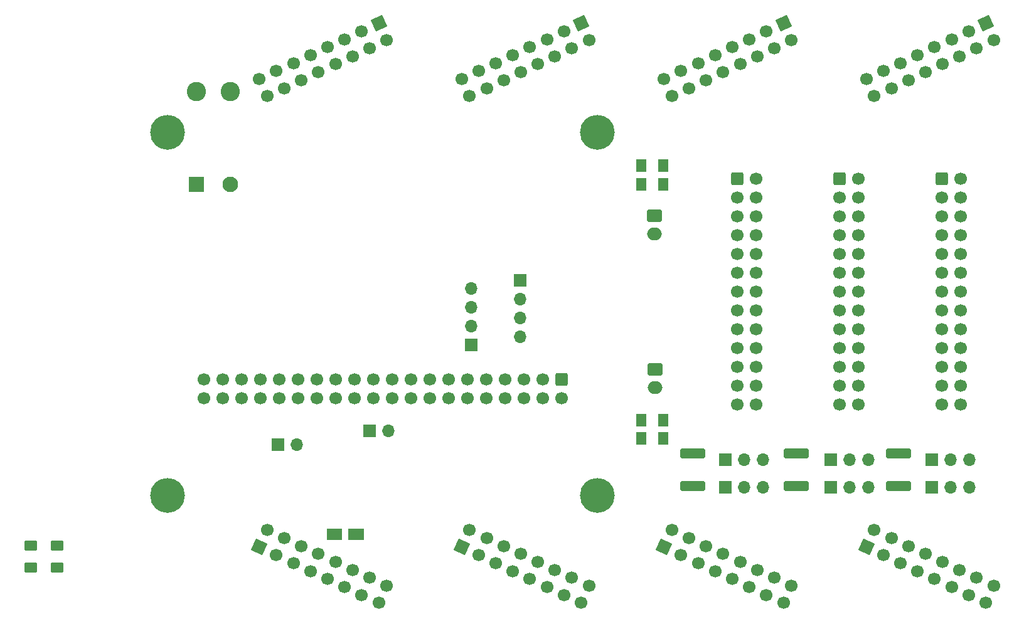
<source format=gbr>
%TF.GenerationSoftware,KiCad,Pcbnew,7.0.9*%
%TF.CreationDate,2024-01-13T22:18:07+01:00*%
%TF.ProjectId,HUB75HAT,48554237-3548-4415-942e-6b696361645f,rev?*%
%TF.SameCoordinates,Original*%
%TF.FileFunction,Soldermask,Top*%
%TF.FilePolarity,Negative*%
%FSLAX46Y46*%
G04 Gerber Fmt 4.6, Leading zero omitted, Abs format (unit mm)*
G04 Created by KiCad (PCBNEW 7.0.9) date 2024-01-13 22:18:07*
%MOMM*%
%LPD*%
G01*
G04 APERTURE LIST*
G04 Aperture macros list*
%AMRoundRect*
0 Rectangle with rounded corners*
0 $1 Rounding radius*
0 $2 $3 $4 $5 $6 $7 $8 $9 X,Y pos of 4 corners*
0 Add a 4 corners polygon primitive as box body*
4,1,4,$2,$3,$4,$5,$6,$7,$8,$9,$2,$3,0*
0 Add four circle primitives for the rounded corners*
1,1,$1+$1,$2,$3*
1,1,$1+$1,$4,$5*
1,1,$1+$1,$6,$7*
1,1,$1+$1,$8,$9*
0 Add four rect primitives between the rounded corners*
20,1,$1+$1,$2,$3,$4,$5,0*
20,1,$1+$1,$4,$5,$6,$7,0*
20,1,$1+$1,$6,$7,$8,$9,0*
20,1,$1+$1,$8,$9,$2,$3,0*%
%AMHorizOval*
0 Thick line with rounded ends*
0 $1 width*
0 $2 $3 position (X,Y) of the first rounded end (center of the circle)*
0 $4 $5 position (X,Y) of the second rounded end (center of the circle)*
0 Add line between two ends*
20,1,$1,$2,$3,$4,$5,0*
0 Add two circle primitives to create the rounded ends*
1,1,$1,$2,$3*
1,1,$1,$4,$5*%
%AMRotRect*
0 Rectangle, with rotation*
0 The origin of the aperture is its center*
0 $1 length*
0 $2 width*
0 $3 Rotation angle, in degrees counterclockwise*
0 Add horizontal line*
21,1,$1,$2,0,0,$3*%
%AMFreePoly0*
4,1,6,1.000000,0.000000,0.500000,-0.750000,-0.500000,-0.750000,-0.500000,0.750000,0.500000,0.750000,1.000000,0.000000,1.000000,0.000000,$1*%
G04 Aperture macros list end*
%ADD10RoundRect,0.250000X-0.600000X0.600000X-0.600000X-0.600000X0.600000X-0.600000X0.600000X0.600000X0*%
%ADD11C,1.700000*%
%ADD12RoundRect,0.250000X-0.600000X-0.600000X0.600000X-0.600000X0.600000X0.600000X-0.600000X0.600000X0*%
%ADD13RoundRect,0.250000X1.450000X-0.400000X1.450000X0.400000X-1.450000X0.400000X-1.450000X-0.400000X0*%
%ADD14RoundRect,0.250001X0.462499X0.624999X-0.462499X0.624999X-0.462499X-0.624999X0.462499X-0.624999X0*%
%ADD15R,1.700000X1.700000*%
%ADD16O,1.700000X1.700000*%
%ADD17RoundRect,0.250001X0.624999X-0.462499X0.624999X0.462499X-0.624999X0.462499X-0.624999X-0.462499X0*%
%ADD18RoundRect,0.250000X-0.750000X0.600000X-0.750000X-0.600000X0.750000X-0.600000X0.750000X0.600000X0*%
%ADD19O,2.000000X1.700000*%
%ADD20R,1.500000X1.500000*%
%ADD21FreePoly0,180.000000*%
%ADD22FreePoly0,0.000000*%
%ADD23C,3.100000*%
%ADD24C,4.700000*%
%ADD25RotRect,1.700000X1.700000X115.000000*%
%ADD26HorizOval,1.700000X0.000000X0.000000X0.000000X0.000000X0*%
%ADD27RotRect,1.700000X1.700000X245.000000*%
%ADD28HorizOval,1.700000X0.000000X0.000000X0.000000X0.000000X0*%
%ADD29C,2.600000*%
%ADD30RoundRect,0.250001X-0.799999X-0.799999X0.799999X-0.799999X0.799999X0.799999X-0.799999X0.799999X0*%
%ADD31C,2.100000*%
G04 APERTURE END LIST*
D10*
%TO.C,J17*%
X76768000Y36772800D03*
D11*
X76768000Y34232800D03*
X74228000Y36772800D03*
X74228000Y34232800D03*
X71688000Y36772800D03*
X71688000Y34232800D03*
X69148000Y36772800D03*
X69148000Y34232800D03*
X66608000Y36772800D03*
X66608000Y34232800D03*
X64068000Y36772800D03*
X64068000Y34232800D03*
X61528000Y36772800D03*
X61528000Y34232800D03*
X58988000Y36772800D03*
X58988000Y34232800D03*
X56448000Y36772800D03*
X56448000Y34232800D03*
X53908000Y36772800D03*
X53908000Y34232800D03*
X51368000Y36772800D03*
X51368000Y34232800D03*
X48828000Y36772800D03*
X48828000Y34232800D03*
X46288000Y36772800D03*
X46288000Y34232800D03*
X43748000Y36772800D03*
X43748000Y34232800D03*
X41208000Y36772800D03*
X41208000Y34232800D03*
X38668000Y36772800D03*
X38668000Y34232800D03*
X36128000Y36772800D03*
X36128000Y34232800D03*
X33588000Y36772800D03*
X33588000Y34232800D03*
X31048000Y36772800D03*
X31048000Y34232800D03*
X28508000Y36772800D03*
X28508000Y34232800D03*
%TD*%
D12*
%TO.C,J2*%
X114270000Y63900000D03*
D11*
X116810000Y63900000D03*
X114270000Y61360000D03*
X116810000Y61360000D03*
X114270000Y58820000D03*
X116810000Y58820000D03*
X114270000Y56280000D03*
X116810000Y56280000D03*
X114270000Y53740000D03*
X116810000Y53740000D03*
X114270000Y51200000D03*
X116810000Y51200000D03*
X114270000Y48660000D03*
X116810000Y48660000D03*
X114270000Y46120000D03*
X116810000Y46120000D03*
X114270000Y43580000D03*
X116810000Y43580000D03*
X114270000Y41040000D03*
X116810000Y41040000D03*
X114270000Y38500000D03*
X116810000Y38500000D03*
X114270000Y35960000D03*
X116810000Y35960000D03*
X114270000Y33420000D03*
X116810000Y33420000D03*
%TD*%
D13*
%TO.C,F7*%
X94446400Y22345600D03*
X94446400Y26795600D03*
%TD*%
D14*
%TO.C,D9*%
X90447500Y28848000D03*
X87472500Y28848000D03*
%TD*%
D15*
%TO.C,JP6*%
X98866000Y22244000D03*
D16*
X101406000Y22244000D03*
X103946000Y22244000D03*
%TD*%
D17*
%TO.C,D1*%
X5140000Y11358500D03*
X5140000Y14333500D03*
%TD*%
D14*
%TO.C,D6*%
X90447500Y65678000D03*
X87472500Y65678000D03*
%TD*%
D15*
%TO.C,JP4*%
X126679000Y22244000D03*
D16*
X129219000Y22244000D03*
X131759000Y22244000D03*
%TD*%
D15*
%TO.C,JP1*%
X126716000Y25927000D03*
D16*
X129256000Y25927000D03*
X131796000Y25927000D03*
%TD*%
D18*
%TO.C,RS485-5*%
X89315600Y58881600D03*
D19*
X89315600Y56381600D03*
%TD*%
D17*
%TO.C,D2*%
X8696000Y11358500D03*
X8696000Y14333500D03*
%TD*%
D15*
%TO.C,JP3*%
X98866000Y25901600D03*
D16*
X101406000Y25901600D03*
X103946000Y25901600D03*
%TD*%
D20*
%TO.C,JP7*%
X48758000Y15894000D03*
X46358000Y15894000D03*
D21*
X49558000Y15894000D03*
D22*
X45558000Y15894000D03*
%TD*%
D14*
%TO.C,D7*%
X90447500Y63138000D03*
X87472500Y63138000D03*
%TD*%
D18*
%TO.C,RS485-1*%
X89366400Y38155200D03*
D19*
X89366400Y35655200D03*
%TD*%
D15*
%TO.C,JP5*%
X113090000Y22244000D03*
D16*
X115630000Y22244000D03*
X118170000Y22244000D03*
%TD*%
D23*
%TO.C,REF\u002A\u002A*%
X23560000Y70112000D03*
D24*
X23560000Y70112000D03*
%TD*%
D23*
%TO.C,REF\u002A\u002A*%
X81560000Y21112000D03*
D24*
X81560000Y21112000D03*
%TD*%
D13*
%TO.C,F5*%
X122234000Y22345600D03*
X122234000Y26795600D03*
%TD*%
D23*
%TO.C,REF\u002A\u002A*%
X23560000Y21112000D03*
D24*
X23560000Y21112000D03*
%TD*%
D15*
%TO.C,JP2*%
X113105000Y25901600D03*
D16*
X115645000Y25901600D03*
X118185000Y25901600D03*
%TD*%
D13*
%TO.C,F6*%
X108416400Y22345600D03*
X108416400Y26795600D03*
%TD*%
D12*
%TO.C,J3*%
X100464000Y63900000D03*
D11*
X103004000Y63900000D03*
X100464000Y61360000D03*
X103004000Y61360000D03*
X100464000Y58820000D03*
X103004000Y58820000D03*
X100464000Y56280000D03*
X103004000Y56280000D03*
X100464000Y53740000D03*
X103004000Y53740000D03*
X100464000Y51200000D03*
X103004000Y51200000D03*
X100464000Y48660000D03*
X103004000Y48660000D03*
X100464000Y46120000D03*
X103004000Y46120000D03*
X100464000Y43580000D03*
X103004000Y43580000D03*
X100464000Y41040000D03*
X103004000Y41040000D03*
X100464000Y38500000D03*
X103004000Y38500000D03*
X100464000Y35960000D03*
X103004000Y35960000D03*
X100464000Y33420000D03*
X103004000Y33420000D03*
%TD*%
D23*
%TO.C,REF\u002A\u002A*%
X81560000Y70112000D03*
D24*
X81560000Y70112000D03*
%TD*%
D12*
%TO.C,J1*%
X128076000Y63900000D03*
D11*
X130616000Y63900000D03*
X128076000Y61360000D03*
X130616000Y61360000D03*
X128076000Y58820000D03*
X130616000Y58820000D03*
X128076000Y56280000D03*
X130616000Y56280000D03*
X128076000Y53740000D03*
X130616000Y53740000D03*
X128076000Y51200000D03*
X130616000Y51200000D03*
X128076000Y48660000D03*
X130616000Y48660000D03*
X128076000Y46120000D03*
X130616000Y46120000D03*
X128076000Y43580000D03*
X130616000Y43580000D03*
X128076000Y41040000D03*
X130616000Y41040000D03*
X128076000Y38500000D03*
X130616000Y38500000D03*
X128076000Y35960000D03*
X130616000Y35960000D03*
X128076000Y33420000D03*
X130616000Y33420000D03*
%TD*%
D14*
%TO.C,D8*%
X90447500Y31286400D03*
X87472500Y31286400D03*
%TD*%
D15*
%TO.C,J14*%
X38460000Y28000000D03*
D16*
X41000000Y28000000D03*
%TD*%
D15*
%TO.C,J8*%
X71120000Y50165000D03*
D16*
X71120000Y47625000D03*
X71120000Y45085000D03*
X71120000Y42545000D03*
%TD*%
D25*
%TO.C,J4*%
X52070000Y84836000D03*
D26*
X53143450Y82533978D03*
X49767978Y83762550D03*
X50841429Y81460528D03*
X47465956Y82689099D03*
X48539407Y80387077D03*
X45163935Y81615649D03*
X46237385Y79313627D03*
X42861913Y80542198D03*
X43935363Y78240177D03*
X40559891Y79468748D03*
X41633341Y77166726D03*
X38257869Y78395298D03*
X39331320Y76093276D03*
X35955848Y77321847D03*
X37029298Y75019826D03*
%TD*%
D15*
%TO.C,J13*%
X50800000Y29845000D03*
D16*
X53340000Y29845000D03*
%TD*%
D27*
%TO.C,J12*%
X90565848Y14118153D03*
D28*
X91639298Y16420175D03*
X92867870Y13044703D03*
X93941320Y15346724D03*
X95169892Y11971252D03*
X96243342Y14273274D03*
X97471913Y10897802D03*
X98545364Y13199824D03*
X99773935Y9824351D03*
X100847386Y12126373D03*
X102075957Y8750901D03*
X103149407Y11052923D03*
X104377979Y7677451D03*
X105451429Y9979472D03*
X106680000Y6604000D03*
X107753451Y8906022D03*
%TD*%
D27*
%TO.C,J11*%
X117870848Y14118153D03*
D28*
X118944298Y16420175D03*
X120172870Y13044703D03*
X121246320Y15346724D03*
X122474892Y11971252D03*
X123548342Y14273274D03*
X124776913Y10897802D03*
X125850364Y13199824D03*
X127078935Y9824351D03*
X128152386Y12126373D03*
X129380957Y8750901D03*
X130454407Y11052923D03*
X131682979Y7677451D03*
X132756429Y9979472D03*
X133985000Y6604000D03*
X135058451Y8906022D03*
%TD*%
D25*
%TO.C,J6*%
X106680000Y84836000D03*
D26*
X107753450Y82533978D03*
X104377978Y83762550D03*
X105451429Y81460528D03*
X102075956Y82689099D03*
X103149407Y80387077D03*
X99773935Y81615649D03*
X100847385Y79313627D03*
X97471913Y80542198D03*
X98545363Y78240177D03*
X95169891Y79468748D03*
X96243341Y77166726D03*
X92867869Y78395298D03*
X93941320Y76093276D03*
X90565848Y77321847D03*
X91639298Y75019826D03*
%TD*%
D27*
%TO.C,J15*%
X63260848Y14118153D03*
D28*
X64334298Y16420175D03*
X65562870Y13044703D03*
X66636320Y15346724D03*
X67864892Y11971252D03*
X68938342Y14273274D03*
X70166913Y10897802D03*
X71240364Y13199824D03*
X72468935Y9824351D03*
X73542386Y12126373D03*
X74770957Y8750901D03*
X75844407Y11052923D03*
X77072979Y7677451D03*
X78146429Y9979472D03*
X79375000Y6604000D03*
X80448451Y8906022D03*
%TD*%
D15*
%TO.C,J7*%
X64516000Y41402000D03*
D16*
X64516000Y43942000D03*
X64516000Y46482000D03*
X64516000Y49022000D03*
%TD*%
D27*
%TO.C,J16*%
X35955848Y14118153D03*
D28*
X37029298Y16420175D03*
X38257870Y13044703D03*
X39331320Y15346724D03*
X40559892Y11971252D03*
X41633342Y14273274D03*
X42861913Y10897802D03*
X43935364Y13199824D03*
X45163935Y9824351D03*
X46237386Y12126373D03*
X47465957Y8750901D03*
X48539407Y11052923D03*
X49767979Y7677451D03*
X50841429Y9979472D03*
X52070000Y6604000D03*
X53143451Y8906022D03*
%TD*%
D29*
%TO.C,J10*%
X27478000Y75663000D03*
X32078000Y75663000D03*
D30*
X27478000Y63063000D03*
D31*
X32078000Y63063000D03*
%TD*%
D25*
%TO.C,J5*%
X79375000Y84836000D03*
D26*
X80448450Y82533978D03*
X77072978Y83762550D03*
X78146429Y81460528D03*
X74770956Y82689099D03*
X75844407Y80387077D03*
X72468935Y81615649D03*
X73542385Y79313627D03*
X70166913Y80542198D03*
X71240363Y78240177D03*
X67864891Y79468748D03*
X68938341Y77166726D03*
X65562869Y78395298D03*
X66636320Y76093276D03*
X63260848Y77321847D03*
X64334298Y75019826D03*
%TD*%
D25*
%TO.C,J9*%
X133985000Y84836000D03*
D26*
X135058450Y82533978D03*
X131682978Y83762550D03*
X132756429Y81460528D03*
X129380956Y82689099D03*
X130454407Y80387077D03*
X127078935Y81615649D03*
X128152385Y79313627D03*
X124776913Y80542198D03*
X125850363Y78240177D03*
X122474891Y79468748D03*
X123548341Y77166726D03*
X120172869Y78395298D03*
X121246320Y76093276D03*
X117870848Y77321847D03*
X118944298Y75019826D03*
%TD*%
M02*

</source>
